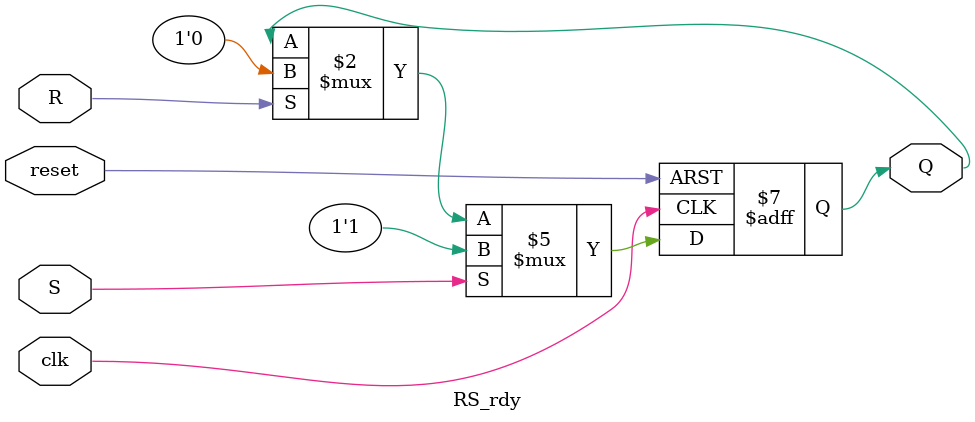
<source format=v>
`timescale 1ns / 1ps
/*=================================================================================
 * Authors:	  Benjamin Santos
 * Email: 	  benjaminsantos@gmx.com
 * Project:   CECS 460 Lab 1 - Counter using the Tramelblaze
 * File Name: AISO.v
 * Date: 	  September 19, 2017
 * Notes:     RS Flop made specifically for the TXRDY output signal of the TX
 *            TXRDY resets to 1
 *            
 *            If S = 1, Q = 1, and if R = 1, Q = 0. 
=================================================================================*/
module RS_rdy(clk, reset, S, R, Q);
   input        clk, reset, S, R;
   output reg   Q;
  
   always @(posedge clk, posedge reset)
      if(reset)
         Q <= 1'b1;
      else 
       begin
         if(S)          //DONE
            Q <= 1'b1;
         else if(R)     //LOAD
            Q <= 1'b0;
       end

endmodule

</source>
